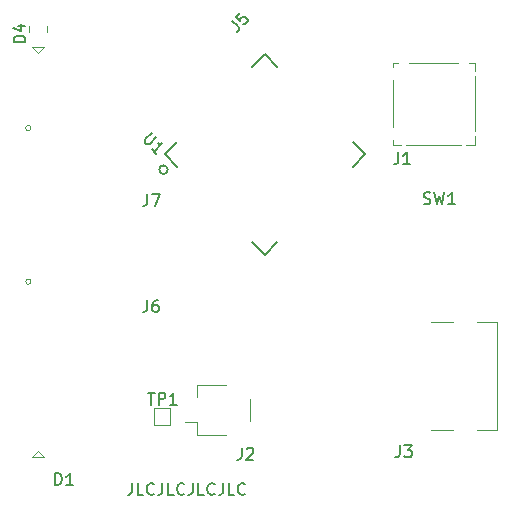
<source format=gbr>
G04 #@! TF.GenerationSoftware,KiCad,Pcbnew,7.0.3*
G04 #@! TF.CreationDate,2023-05-21T14:10:43+02:00*
G04 #@! TF.ProjectId,ultramote,756c7472-616d-46f7-9465-2e6b69636164,0.2a*
G04 #@! TF.SameCoordinates,Original*
G04 #@! TF.FileFunction,Legend,Top*
G04 #@! TF.FilePolarity,Positive*
%FSLAX46Y46*%
G04 Gerber Fmt 4.6, Leading zero omitted, Abs format (unit mm)*
G04 Created by KiCad (PCBNEW 7.0.3) date 2023-05-21 14:10:43*
%MOMM*%
%LPD*%
G01*
G04 APERTURE LIST*
%ADD10C,0.150000*%
%ADD11C,0.120000*%
%ADD12C,0.080000*%
%ADD13C,1.500000*%
%ADD14R,1.500000X1.500000*%
%ADD15C,0.650000*%
%ADD16R,1.150000X0.300000*%
%ADD17O,2.100000X1.000000*%
%ADD18O,1.600000X1.000000*%
%ADD19R,0.650000X0.850000*%
%ADD20C,2.200000*%
%ADD21R,0.550000X0.800000*%
%ADD22C,1.900000*%
%ADD23C,2.000000*%
%ADD24R,1.000000X1.000000*%
%ADD25C,2.600000*%
%ADD26C,1.850000*%
%ADD27C,0.900000*%
G04 APERTURE END LIST*
D10*
X97979635Y-97954819D02*
X97979635Y-98669104D01*
X97979635Y-98669104D02*
X97932016Y-98811961D01*
X97932016Y-98811961D02*
X97836778Y-98907200D01*
X97836778Y-98907200D02*
X97693921Y-98954819D01*
X97693921Y-98954819D02*
X97598683Y-98954819D01*
X98932016Y-98954819D02*
X98455826Y-98954819D01*
X98455826Y-98954819D02*
X98455826Y-97954819D01*
X99836778Y-98859580D02*
X99789159Y-98907200D01*
X99789159Y-98907200D02*
X99646302Y-98954819D01*
X99646302Y-98954819D02*
X99551064Y-98954819D01*
X99551064Y-98954819D02*
X99408207Y-98907200D01*
X99408207Y-98907200D02*
X99312969Y-98811961D01*
X99312969Y-98811961D02*
X99265350Y-98716723D01*
X99265350Y-98716723D02*
X99217731Y-98526247D01*
X99217731Y-98526247D02*
X99217731Y-98383390D01*
X99217731Y-98383390D02*
X99265350Y-98192914D01*
X99265350Y-98192914D02*
X99312969Y-98097676D01*
X99312969Y-98097676D02*
X99408207Y-98002438D01*
X99408207Y-98002438D02*
X99551064Y-97954819D01*
X99551064Y-97954819D02*
X99646302Y-97954819D01*
X99646302Y-97954819D02*
X99789159Y-98002438D01*
X99789159Y-98002438D02*
X99836778Y-98050057D01*
X100551064Y-97954819D02*
X100551064Y-98669104D01*
X100551064Y-98669104D02*
X100503445Y-98811961D01*
X100503445Y-98811961D02*
X100408207Y-98907200D01*
X100408207Y-98907200D02*
X100265350Y-98954819D01*
X100265350Y-98954819D02*
X100170112Y-98954819D01*
X101503445Y-98954819D02*
X101027255Y-98954819D01*
X101027255Y-98954819D02*
X101027255Y-97954819D01*
X102408207Y-98859580D02*
X102360588Y-98907200D01*
X102360588Y-98907200D02*
X102217731Y-98954819D01*
X102217731Y-98954819D02*
X102122493Y-98954819D01*
X102122493Y-98954819D02*
X101979636Y-98907200D01*
X101979636Y-98907200D02*
X101884398Y-98811961D01*
X101884398Y-98811961D02*
X101836779Y-98716723D01*
X101836779Y-98716723D02*
X101789160Y-98526247D01*
X101789160Y-98526247D02*
X101789160Y-98383390D01*
X101789160Y-98383390D02*
X101836779Y-98192914D01*
X101836779Y-98192914D02*
X101884398Y-98097676D01*
X101884398Y-98097676D02*
X101979636Y-98002438D01*
X101979636Y-98002438D02*
X102122493Y-97954819D01*
X102122493Y-97954819D02*
X102217731Y-97954819D01*
X102217731Y-97954819D02*
X102360588Y-98002438D01*
X102360588Y-98002438D02*
X102408207Y-98050057D01*
X103122493Y-97954819D02*
X103122493Y-98669104D01*
X103122493Y-98669104D02*
X103074874Y-98811961D01*
X103074874Y-98811961D02*
X102979636Y-98907200D01*
X102979636Y-98907200D02*
X102836779Y-98954819D01*
X102836779Y-98954819D02*
X102741541Y-98954819D01*
X104074874Y-98954819D02*
X103598684Y-98954819D01*
X103598684Y-98954819D02*
X103598684Y-97954819D01*
X104979636Y-98859580D02*
X104932017Y-98907200D01*
X104932017Y-98907200D02*
X104789160Y-98954819D01*
X104789160Y-98954819D02*
X104693922Y-98954819D01*
X104693922Y-98954819D02*
X104551065Y-98907200D01*
X104551065Y-98907200D02*
X104455827Y-98811961D01*
X104455827Y-98811961D02*
X104408208Y-98716723D01*
X104408208Y-98716723D02*
X104360589Y-98526247D01*
X104360589Y-98526247D02*
X104360589Y-98383390D01*
X104360589Y-98383390D02*
X104408208Y-98192914D01*
X104408208Y-98192914D02*
X104455827Y-98097676D01*
X104455827Y-98097676D02*
X104551065Y-98002438D01*
X104551065Y-98002438D02*
X104693922Y-97954819D01*
X104693922Y-97954819D02*
X104789160Y-97954819D01*
X104789160Y-97954819D02*
X104932017Y-98002438D01*
X104932017Y-98002438D02*
X104979636Y-98050057D01*
X105693922Y-97954819D02*
X105693922Y-98669104D01*
X105693922Y-98669104D02*
X105646303Y-98811961D01*
X105646303Y-98811961D02*
X105551065Y-98907200D01*
X105551065Y-98907200D02*
X105408208Y-98954819D01*
X105408208Y-98954819D02*
X105312970Y-98954819D01*
X106646303Y-98954819D02*
X106170113Y-98954819D01*
X106170113Y-98954819D02*
X106170113Y-97954819D01*
X107551065Y-98859580D02*
X107503446Y-98907200D01*
X107503446Y-98907200D02*
X107360589Y-98954819D01*
X107360589Y-98954819D02*
X107265351Y-98954819D01*
X107265351Y-98954819D02*
X107122494Y-98907200D01*
X107122494Y-98907200D02*
X107027256Y-98811961D01*
X107027256Y-98811961D02*
X106979637Y-98716723D01*
X106979637Y-98716723D02*
X106932018Y-98526247D01*
X106932018Y-98526247D02*
X106932018Y-98383390D01*
X106932018Y-98383390D02*
X106979637Y-98192914D01*
X106979637Y-98192914D02*
X107027256Y-98097676D01*
X107027256Y-98097676D02*
X107122494Y-98002438D01*
X107122494Y-98002438D02*
X107265351Y-97954819D01*
X107265351Y-97954819D02*
X107360589Y-97954819D01*
X107360589Y-97954819D02*
X107503446Y-98002438D01*
X107503446Y-98002438D02*
X107551065Y-98050057D01*
X99265350Y-82454819D02*
X99265350Y-83169104D01*
X99265350Y-83169104D02*
X99217731Y-83311961D01*
X99217731Y-83311961D02*
X99122493Y-83407200D01*
X99122493Y-83407200D02*
X98979636Y-83454819D01*
X98979636Y-83454819D02*
X98884398Y-83454819D01*
X100170112Y-82454819D02*
X99979636Y-82454819D01*
X99979636Y-82454819D02*
X99884398Y-82502438D01*
X99884398Y-82502438D02*
X99836779Y-82550057D01*
X99836779Y-82550057D02*
X99741541Y-82692914D01*
X99741541Y-82692914D02*
X99693922Y-82883390D01*
X99693922Y-82883390D02*
X99693922Y-83264342D01*
X99693922Y-83264342D02*
X99741541Y-83359580D01*
X99741541Y-83359580D02*
X99789160Y-83407200D01*
X99789160Y-83407200D02*
X99884398Y-83454819D01*
X99884398Y-83454819D02*
X100074874Y-83454819D01*
X100074874Y-83454819D02*
X100170112Y-83407200D01*
X100170112Y-83407200D02*
X100217731Y-83359580D01*
X100217731Y-83359580D02*
X100265350Y-83264342D01*
X100265350Y-83264342D02*
X100265350Y-83026247D01*
X100265350Y-83026247D02*
X100217731Y-82931009D01*
X100217731Y-82931009D02*
X100170112Y-82883390D01*
X100170112Y-82883390D02*
X100074874Y-82835771D01*
X100074874Y-82835771D02*
X99884398Y-82835771D01*
X99884398Y-82835771D02*
X99789160Y-82883390D01*
X99789160Y-82883390D02*
X99741541Y-82931009D01*
X99741541Y-82931009D02*
X99693922Y-83026247D01*
X120665350Y-94754819D02*
X120665350Y-95469104D01*
X120665350Y-95469104D02*
X120617731Y-95611961D01*
X120617731Y-95611961D02*
X120522493Y-95707200D01*
X120522493Y-95707200D02*
X120379636Y-95754819D01*
X120379636Y-95754819D02*
X120284398Y-95754819D01*
X121046303Y-94754819D02*
X121665350Y-94754819D01*
X121665350Y-94754819D02*
X121332017Y-95135771D01*
X121332017Y-95135771D02*
X121474874Y-95135771D01*
X121474874Y-95135771D02*
X121570112Y-95183390D01*
X121570112Y-95183390D02*
X121617731Y-95231009D01*
X121617731Y-95231009D02*
X121665350Y-95326247D01*
X121665350Y-95326247D02*
X121665350Y-95564342D01*
X121665350Y-95564342D02*
X121617731Y-95659580D01*
X121617731Y-95659580D02*
X121570112Y-95707200D01*
X121570112Y-95707200D02*
X121474874Y-95754819D01*
X121474874Y-95754819D02*
X121189160Y-95754819D01*
X121189160Y-95754819D02*
X121093922Y-95707200D01*
X121093922Y-95707200D02*
X121046303Y-95659580D01*
X99265350Y-73454819D02*
X99265350Y-74169104D01*
X99265350Y-74169104D02*
X99217731Y-74311961D01*
X99217731Y-74311961D02*
X99122493Y-74407200D01*
X99122493Y-74407200D02*
X98979636Y-74454819D01*
X98979636Y-74454819D02*
X98884398Y-74454819D01*
X99646303Y-73454819D02*
X100312969Y-73454819D01*
X100312969Y-73454819D02*
X99884398Y-74454819D01*
X91460589Y-98110881D02*
X91460589Y-97110881D01*
X91460589Y-97110881D02*
X91698684Y-97110881D01*
X91698684Y-97110881D02*
X91841541Y-97158500D01*
X91841541Y-97158500D02*
X91936779Y-97253738D01*
X91936779Y-97253738D02*
X91984398Y-97348976D01*
X91984398Y-97348976D02*
X92032017Y-97539452D01*
X92032017Y-97539452D02*
X92032017Y-97682309D01*
X92032017Y-97682309D02*
X91984398Y-97872785D01*
X91984398Y-97872785D02*
X91936779Y-97968023D01*
X91936779Y-97968023D02*
X91841541Y-98063262D01*
X91841541Y-98063262D02*
X91698684Y-98110881D01*
X91698684Y-98110881D02*
X91460589Y-98110881D01*
X92984398Y-98110881D02*
X92412970Y-98110881D01*
X92698684Y-98110881D02*
X92698684Y-97110881D01*
X92698684Y-97110881D02*
X92603446Y-97253738D01*
X92603446Y-97253738D02*
X92508208Y-97348976D01*
X92508208Y-97348976D02*
X92412970Y-97396595D01*
X88954819Y-60639410D02*
X87954819Y-60639410D01*
X87954819Y-60639410D02*
X87954819Y-60401315D01*
X87954819Y-60401315D02*
X88002438Y-60258458D01*
X88002438Y-60258458D02*
X88097676Y-60163220D01*
X88097676Y-60163220D02*
X88192914Y-60115601D01*
X88192914Y-60115601D02*
X88383390Y-60067982D01*
X88383390Y-60067982D02*
X88526247Y-60067982D01*
X88526247Y-60067982D02*
X88716723Y-60115601D01*
X88716723Y-60115601D02*
X88811961Y-60163220D01*
X88811961Y-60163220D02*
X88907200Y-60258458D01*
X88907200Y-60258458D02*
X88954819Y-60401315D01*
X88954819Y-60401315D02*
X88954819Y-60639410D01*
X88288152Y-59210839D02*
X88954819Y-59210839D01*
X87907200Y-59448934D02*
X88621485Y-59687029D01*
X88621485Y-59687029D02*
X88621485Y-59067982D01*
X120515350Y-69954819D02*
X120515350Y-70669104D01*
X120515350Y-70669104D02*
X120467731Y-70811961D01*
X120467731Y-70811961D02*
X120372493Y-70907200D01*
X120372493Y-70907200D02*
X120229636Y-70954819D01*
X120229636Y-70954819D02*
X120134398Y-70954819D01*
X121515350Y-70954819D02*
X120943922Y-70954819D01*
X121229636Y-70954819D02*
X121229636Y-69954819D01*
X121229636Y-69954819D02*
X121134398Y-70097676D01*
X121134398Y-70097676D02*
X121039160Y-70192914D01*
X121039160Y-70192914D02*
X120943922Y-70240533D01*
X99336779Y-90306819D02*
X99908207Y-90306819D01*
X99622493Y-91306819D02*
X99622493Y-90306819D01*
X100241541Y-91306819D02*
X100241541Y-90306819D01*
X100241541Y-90306819D02*
X100622493Y-90306819D01*
X100622493Y-90306819D02*
X100717731Y-90354438D01*
X100717731Y-90354438D02*
X100765350Y-90402057D01*
X100765350Y-90402057D02*
X100812969Y-90497295D01*
X100812969Y-90497295D02*
X100812969Y-90640152D01*
X100812969Y-90640152D02*
X100765350Y-90735390D01*
X100765350Y-90735390D02*
X100717731Y-90783009D01*
X100717731Y-90783009D02*
X100622493Y-90830628D01*
X100622493Y-90830628D02*
X100241541Y-90830628D01*
X101765350Y-91306819D02*
X101193922Y-91306819D01*
X101479636Y-91306819D02*
X101479636Y-90306819D01*
X101479636Y-90306819D02*
X101384398Y-90449676D01*
X101384398Y-90449676D02*
X101289160Y-90544914D01*
X101289160Y-90544914D02*
X101193922Y-90592533D01*
X106448576Y-58780421D02*
X106953652Y-59285497D01*
X106953652Y-59285497D02*
X107020996Y-59420184D01*
X107020996Y-59420184D02*
X107020996Y-59554871D01*
X107020996Y-59554871D02*
X106953652Y-59689558D01*
X106953652Y-59689558D02*
X106886309Y-59756901D01*
X107122011Y-58106985D02*
X106785294Y-58443703D01*
X106785294Y-58443703D02*
X107088340Y-58814092D01*
X107088340Y-58814092D02*
X107088340Y-58746749D01*
X107088340Y-58746749D02*
X107122011Y-58645733D01*
X107122011Y-58645733D02*
X107290370Y-58477375D01*
X107290370Y-58477375D02*
X107391385Y-58443703D01*
X107391385Y-58443703D02*
X107458729Y-58443703D01*
X107458729Y-58443703D02*
X107559744Y-58477375D01*
X107559744Y-58477375D02*
X107728103Y-58645733D01*
X107728103Y-58645733D02*
X107761775Y-58746749D01*
X107761775Y-58746749D02*
X107761775Y-58814092D01*
X107761775Y-58814092D02*
X107728103Y-58915107D01*
X107728103Y-58915107D02*
X107559744Y-59083466D01*
X107559744Y-59083466D02*
X107458729Y-59117138D01*
X107458729Y-59117138D02*
X107391385Y-59117138D01*
X99643892Y-68268171D02*
X99071472Y-68840591D01*
X99071472Y-68840591D02*
X99037800Y-68941606D01*
X99037800Y-68941606D02*
X99037800Y-69008950D01*
X99037800Y-69008950D02*
X99071472Y-69109965D01*
X99071472Y-69109965D02*
X99206159Y-69244652D01*
X99206159Y-69244652D02*
X99307174Y-69278324D01*
X99307174Y-69278324D02*
X99374518Y-69278324D01*
X99374518Y-69278324D02*
X99475533Y-69244652D01*
X99475533Y-69244652D02*
X100047953Y-68672232D01*
X100047953Y-70086446D02*
X99643892Y-69682385D01*
X99845922Y-69884415D02*
X100553029Y-69177309D01*
X100553029Y-69177309D02*
X100384670Y-69210980D01*
X100384670Y-69210980D02*
X100249983Y-69210980D01*
X100249983Y-69210980D02*
X100148968Y-69177309D01*
X122665351Y-74287200D02*
X122808208Y-74334819D01*
X122808208Y-74334819D02*
X123046303Y-74334819D01*
X123046303Y-74334819D02*
X123141541Y-74287200D01*
X123141541Y-74287200D02*
X123189160Y-74239580D01*
X123189160Y-74239580D02*
X123236779Y-74144342D01*
X123236779Y-74144342D02*
X123236779Y-74049104D01*
X123236779Y-74049104D02*
X123189160Y-73953866D01*
X123189160Y-73953866D02*
X123141541Y-73906247D01*
X123141541Y-73906247D02*
X123046303Y-73858628D01*
X123046303Y-73858628D02*
X122855827Y-73811009D01*
X122855827Y-73811009D02*
X122760589Y-73763390D01*
X122760589Y-73763390D02*
X122712970Y-73715771D01*
X122712970Y-73715771D02*
X122665351Y-73620533D01*
X122665351Y-73620533D02*
X122665351Y-73525295D01*
X122665351Y-73525295D02*
X122712970Y-73430057D01*
X122712970Y-73430057D02*
X122760589Y-73382438D01*
X122760589Y-73382438D02*
X122855827Y-73334819D01*
X122855827Y-73334819D02*
X123093922Y-73334819D01*
X123093922Y-73334819D02*
X123236779Y-73382438D01*
X123570113Y-73334819D02*
X123808208Y-74334819D01*
X123808208Y-74334819D02*
X123998684Y-73620533D01*
X123998684Y-73620533D02*
X124189160Y-74334819D01*
X124189160Y-74334819D02*
X124427256Y-73334819D01*
X125332017Y-74334819D02*
X124760589Y-74334819D01*
X125046303Y-74334819D02*
X125046303Y-73334819D01*
X125046303Y-73334819D02*
X124951065Y-73477676D01*
X124951065Y-73477676D02*
X124855827Y-73572914D01*
X124855827Y-73572914D02*
X124760589Y-73620533D01*
X107265350Y-94954819D02*
X107265350Y-95669104D01*
X107265350Y-95669104D02*
X107217731Y-95811961D01*
X107217731Y-95811961D02*
X107122493Y-95907200D01*
X107122493Y-95907200D02*
X106979636Y-95954819D01*
X106979636Y-95954819D02*
X106884398Y-95954819D01*
X107693922Y-95050057D02*
X107741541Y-95002438D01*
X107741541Y-95002438D02*
X107836779Y-94954819D01*
X107836779Y-94954819D02*
X108074874Y-94954819D01*
X108074874Y-94954819D02*
X108170112Y-95002438D01*
X108170112Y-95002438D02*
X108217731Y-95050057D01*
X108217731Y-95050057D02*
X108265350Y-95145295D01*
X108265350Y-95145295D02*
X108265350Y-95240533D01*
X108265350Y-95240533D02*
X108217731Y-95383390D01*
X108217731Y-95383390D02*
X107646303Y-95954819D01*
X107646303Y-95954819D02*
X108265350Y-95954819D01*
D11*
X89423607Y-80891804D02*
G75*
G03*
X89423607Y-80891804I-223607J0D01*
G01*
X123278461Y-93458938D02*
X125198461Y-93458938D01*
X128913461Y-93458938D02*
X127208461Y-93458938D01*
X125198461Y-84298938D02*
X123278461Y-84298938D01*
X127208461Y-84298938D02*
X128913461Y-84298938D01*
X128913461Y-84298938D02*
X128913461Y-93458938D01*
X89423607Y-67891804D02*
G75*
G03*
X89423607Y-67891804I-223607J0D01*
G01*
D12*
X90500000Y-95750000D02*
X89500000Y-95750000D01*
X90000000Y-95250000D02*
X90500000Y-95750000D01*
X89500000Y-95750000D02*
X90000000Y-95250000D01*
D11*
X90750000Y-59250000D02*
X90750000Y-59750000D01*
X89250000Y-59250000D02*
X89250000Y-59750000D01*
X90500000Y-61000000D02*
X89500000Y-61000000D01*
X89500000Y-61000000D02*
X90000000Y-61500000D01*
X90000000Y-61500000D02*
X90500000Y-61000000D01*
X120040000Y-69360000D02*
X127040000Y-69360000D01*
X127040000Y-69360000D02*
X127040000Y-62360000D01*
X127040000Y-62360000D02*
X120040000Y-62360000D01*
X120040000Y-62360000D02*
X120040000Y-69360000D01*
X99800000Y-91600000D02*
X101200000Y-91600000D01*
X99800000Y-93000000D02*
X99800000Y-91600000D01*
X101200000Y-91600000D02*
X101200000Y-93000000D01*
X101200000Y-93000000D02*
X99800000Y-93000000D01*
D10*
X100742078Y-70122641D02*
X101802738Y-69061981D01*
X101802738Y-71183301D02*
X100742078Y-70122641D01*
X109227359Y-78607922D02*
X108166699Y-77547262D01*
X110288019Y-77547262D02*
X109227359Y-78607922D01*
X108166699Y-62698020D02*
X109227359Y-61637360D01*
X116651980Y-71183301D02*
X117712640Y-70122641D01*
X110288019Y-62698020D02*
X109227359Y-61637360D01*
X116651980Y-69061981D02*
X117712640Y-70122641D01*
X101005436Y-71409575D02*
G75*
G03*
X101005436Y-71409575I-362353J0D01*
G01*
D11*
X103465000Y-93860000D02*
X103465000Y-92810000D01*
X105965000Y-93860000D02*
X103465000Y-93860000D01*
X103465000Y-92810000D02*
X102475000Y-92810000D01*
X107935000Y-92690000D02*
X107935000Y-90810000D01*
X103465000Y-89640000D02*
X103465000Y-90690000D01*
X105965000Y-89640000D02*
X103465000Y-89640000D01*
%LPC*%
D13*
X90300000Y-84891804D03*
X95300000Y-84891804D03*
D14*
X89200000Y-82141804D03*
X89200000Y-87641804D03*
X92900000Y-82141804D03*
X96600000Y-82141804D03*
X92900000Y-87641804D03*
X96600000Y-87641804D03*
D15*
X122523461Y-91768938D03*
X122523461Y-85988938D03*
D16*
X121458461Y-92228938D03*
X121458461Y-91428938D03*
X121458461Y-90128938D03*
X121458461Y-89128938D03*
X121458461Y-88628938D03*
X121458461Y-87628938D03*
X121458461Y-86328938D03*
X121458461Y-85528938D03*
X121458461Y-85828938D03*
X121458461Y-86628938D03*
X121458461Y-87128938D03*
X121458461Y-88128938D03*
X121458461Y-89628938D03*
X121458461Y-90628938D03*
X121458461Y-91128938D03*
X121458461Y-91928938D03*
D17*
X122023461Y-93198938D03*
D18*
X126203461Y-93198938D03*
X126203461Y-84558938D03*
D17*
X122023461Y-84558938D03*
D13*
X90300000Y-71891804D03*
X95300000Y-71891804D03*
D14*
X89200000Y-69141804D03*
X89200000Y-74641804D03*
X92900000Y-69141804D03*
X96600000Y-69141804D03*
X92900000Y-74641804D03*
X96600000Y-74641804D03*
D19*
X89575000Y-97725000D03*
X90425000Y-97725000D03*
X89575000Y-96275000D03*
X90425000Y-96275000D03*
D20*
X125000000Y-59500000D03*
D21*
X89550000Y-58700000D03*
X90450000Y-58700000D03*
X90450000Y-60300000D03*
X89550000Y-60300000D03*
D22*
X123667000Y-65860000D03*
D23*
X121000000Y-68400000D03*
X126080000Y-68400000D03*
X121000000Y-63320000D03*
X126080000Y-63320000D03*
D24*
X100500000Y-92300000D03*
D20*
X95000000Y-97000000D03*
X98834207Y-62869741D03*
D25*
X105063818Y-60232233D03*
D26*
X102398026Y-59305923D03*
X100601974Y-61101974D03*
X101500000Y-63796051D03*
X103296051Y-62000000D03*
D20*
X95000000Y-59500000D03*
G36*
X103499794Y-71254012D02*
G01*
X101873449Y-72880357D01*
X101166342Y-72173250D01*
X102792687Y-70546905D01*
X103499794Y-71254012D01*
G37*
G36*
X104383677Y-72137896D02*
G01*
X102757332Y-73764241D01*
X102050225Y-73057134D01*
X103676570Y-71430789D01*
X104383677Y-72137896D01*
G37*
G36*
X105267561Y-73021779D02*
G01*
X103641216Y-74648124D01*
X102934109Y-73941017D01*
X104560454Y-72314672D01*
X105267561Y-73021779D01*
G37*
G36*
X106151444Y-73905663D02*
G01*
X104525099Y-75532008D01*
X103817992Y-74824901D01*
X105444337Y-73198556D01*
X106151444Y-73905663D01*
G37*
G36*
X107035328Y-74789546D02*
G01*
X105408983Y-76415891D01*
X104701876Y-75708784D01*
X106328221Y-74082439D01*
X107035328Y-74789546D01*
G37*
G36*
X107919211Y-75673430D02*
G01*
X106292866Y-77299775D01*
X105585759Y-76592668D01*
X107212104Y-74966323D01*
X107919211Y-75673430D01*
G37*
G36*
X108803095Y-76557313D02*
G01*
X107176750Y-78183658D01*
X106469643Y-77476551D01*
X108095988Y-75850206D01*
X108803095Y-76557313D01*
G37*
G36*
X110358730Y-75850206D02*
G01*
X111985075Y-77476551D01*
X111277968Y-78183658D01*
X109651623Y-76557313D01*
X110358730Y-75850206D01*
G37*
G36*
X111242614Y-74966323D02*
G01*
X112868959Y-76592668D01*
X112161852Y-77299775D01*
X110535507Y-75673430D01*
X111242614Y-74966323D01*
G37*
G36*
X112126497Y-74082439D02*
G01*
X113752842Y-75708784D01*
X113045735Y-76415891D01*
X111419390Y-74789546D01*
X112126497Y-74082439D01*
G37*
G36*
X113010381Y-73198556D02*
G01*
X114636726Y-74824901D01*
X113929619Y-75532008D01*
X112303274Y-73905663D01*
X113010381Y-73198556D01*
G37*
G36*
X113894264Y-72314672D02*
G01*
X115520609Y-73941017D01*
X114813502Y-74648124D01*
X113187157Y-73021779D01*
X113894264Y-72314672D01*
G37*
G36*
X114778148Y-71430789D02*
G01*
X116404493Y-73057134D01*
X115697386Y-73764241D01*
X114071041Y-72137896D01*
X114778148Y-71430789D01*
G37*
G36*
X115662031Y-70546905D02*
G01*
X117288376Y-72173250D01*
X116581269Y-72880357D01*
X114954924Y-71254012D01*
X115662031Y-70546905D01*
G37*
G36*
X114954924Y-68991270D02*
G01*
X116581269Y-67364925D01*
X117288376Y-68072032D01*
X115662031Y-69698377D01*
X114954924Y-68991270D01*
G37*
G36*
X114071041Y-68107386D02*
G01*
X115697386Y-66481041D01*
X116404493Y-67188148D01*
X114778148Y-68814493D01*
X114071041Y-68107386D01*
G37*
G36*
X113187157Y-67223503D02*
G01*
X114813502Y-65597158D01*
X115520609Y-66304265D01*
X113894264Y-67930610D01*
X113187157Y-67223503D01*
G37*
G36*
X112303274Y-66339619D02*
G01*
X113929619Y-64713274D01*
X114636726Y-65420381D01*
X113010381Y-67046726D01*
X112303274Y-66339619D01*
G37*
G36*
X111419390Y-65455736D02*
G01*
X113045735Y-63829391D01*
X113752842Y-64536498D01*
X112126497Y-66162843D01*
X111419390Y-65455736D01*
G37*
G36*
X110535507Y-64571852D02*
G01*
X112161852Y-62945507D01*
X112868959Y-63652614D01*
X111242614Y-65278959D01*
X110535507Y-64571852D01*
G37*
G36*
X109651623Y-63687969D02*
G01*
X111277968Y-62061624D01*
X111985075Y-62768731D01*
X110358730Y-64395076D01*
X109651623Y-63687969D01*
G37*
G36*
X108095988Y-64395076D02*
G01*
X106469643Y-62768731D01*
X107176750Y-62061624D01*
X108803095Y-63687969D01*
X108095988Y-64395076D01*
G37*
G36*
X107212104Y-65278959D02*
G01*
X105585759Y-63652614D01*
X106292866Y-62945507D01*
X107919211Y-64571852D01*
X107212104Y-65278959D01*
G37*
G36*
X106328221Y-66162843D02*
G01*
X104701876Y-64536498D01*
X105408983Y-63829391D01*
X107035328Y-65455736D01*
X106328221Y-66162843D01*
G37*
G36*
X105444337Y-67046726D02*
G01*
X103817992Y-65420381D01*
X104525099Y-64713274D01*
X106151444Y-66339619D01*
X105444337Y-67046726D01*
G37*
G36*
X104560454Y-67930610D02*
G01*
X102934109Y-66304265D01*
X103641216Y-65597158D01*
X105267561Y-67223503D01*
X104560454Y-67930610D01*
G37*
G36*
X103676570Y-68814493D02*
G01*
X102050225Y-67188148D01*
X102757332Y-66481041D01*
X104383677Y-68107386D01*
X103676570Y-68814493D01*
G37*
G36*
X102792687Y-69698377D02*
G01*
X101166342Y-68072032D01*
X101873449Y-67364925D01*
X103499794Y-68991270D01*
X102792687Y-69698377D01*
G37*
D27*
X126500000Y-75480000D03*
X126500000Y-82280000D03*
G36*
G01*
X124700000Y-76980000D02*
X122800000Y-76980000D01*
G75*
G02*
X122500000Y-76680000I0J300000D01*
G01*
X122500000Y-76080000D01*
G75*
G02*
X122800000Y-75780000I300000J0D01*
G01*
X124700000Y-75780000D01*
G75*
G02*
X125000000Y-76080000I0J-300000D01*
G01*
X125000000Y-76680000D01*
G75*
G02*
X124700000Y-76980000I-300000J0D01*
G01*
G37*
G36*
G01*
X124700000Y-79480000D02*
X122800000Y-79480000D01*
G75*
G02*
X122500000Y-79180000I0J300000D01*
G01*
X122500000Y-78580000D01*
G75*
G02*
X122800000Y-78280000I300000J0D01*
G01*
X124700000Y-78280000D01*
G75*
G02*
X125000000Y-78580000I0J-300000D01*
G01*
X125000000Y-79180000D01*
G75*
G02*
X124700000Y-79480000I-300000J0D01*
G01*
G37*
G36*
G01*
X124700000Y-81980000D02*
X122800000Y-81980000D01*
G75*
G02*
X122500000Y-81680000I0J300000D01*
G01*
X122500000Y-81080000D01*
G75*
G02*
X122800000Y-80780000I300000J0D01*
G01*
X124700000Y-80780000D01*
G75*
G02*
X125000000Y-81080000I0J-300000D01*
G01*
X125000000Y-81680000D01*
G75*
G02*
X124700000Y-81980000I-300000J0D01*
G01*
G37*
D20*
X125000000Y-97000000D03*
G36*
G01*
X103875000Y-92550000D02*
X102625000Y-92550000D01*
G75*
G02*
X102475000Y-92400000I0J150000D01*
G01*
X102475000Y-92100000D01*
G75*
G02*
X102625000Y-91950000I150000J0D01*
G01*
X103875000Y-91950000D01*
G75*
G02*
X104025000Y-92100000I0J-150000D01*
G01*
X104025000Y-92400000D01*
G75*
G02*
X103875000Y-92550000I-150000J0D01*
G01*
G37*
G36*
G01*
X103875000Y-91550000D02*
X102625000Y-91550000D01*
G75*
G02*
X102475000Y-91400000I0J150000D01*
G01*
X102475000Y-91100000D01*
G75*
G02*
X102625000Y-90950000I150000J0D01*
G01*
X103875000Y-90950000D01*
G75*
G02*
X104025000Y-91100000I0J-150000D01*
G01*
X104025000Y-91400000D01*
G75*
G02*
X103875000Y-91550000I-150000J0D01*
G01*
G37*
G36*
G01*
X107775000Y-94150000D02*
X106475000Y-94150000D01*
G75*
G02*
X106225000Y-93900000I0J250000D01*
G01*
X106225000Y-93200000D01*
G75*
G02*
X106475000Y-92950000I250000J0D01*
G01*
X107775000Y-92950000D01*
G75*
G02*
X108025000Y-93200000I0J-250000D01*
G01*
X108025000Y-93900000D01*
G75*
G02*
X107775000Y-94150000I-250000J0D01*
G01*
G37*
G36*
G01*
X107775000Y-90550000D02*
X106475000Y-90550000D01*
G75*
G02*
X106225000Y-90300000I0J250000D01*
G01*
X106225000Y-89600000D01*
G75*
G02*
X106475000Y-89350000I250000J0D01*
G01*
X107775000Y-89350000D01*
G75*
G02*
X108025000Y-89600000I0J-250000D01*
G01*
X108025000Y-90300000D01*
G75*
G02*
X107775000Y-90550000I-250000J0D01*
G01*
G37*
%LPD*%
M02*

</source>
